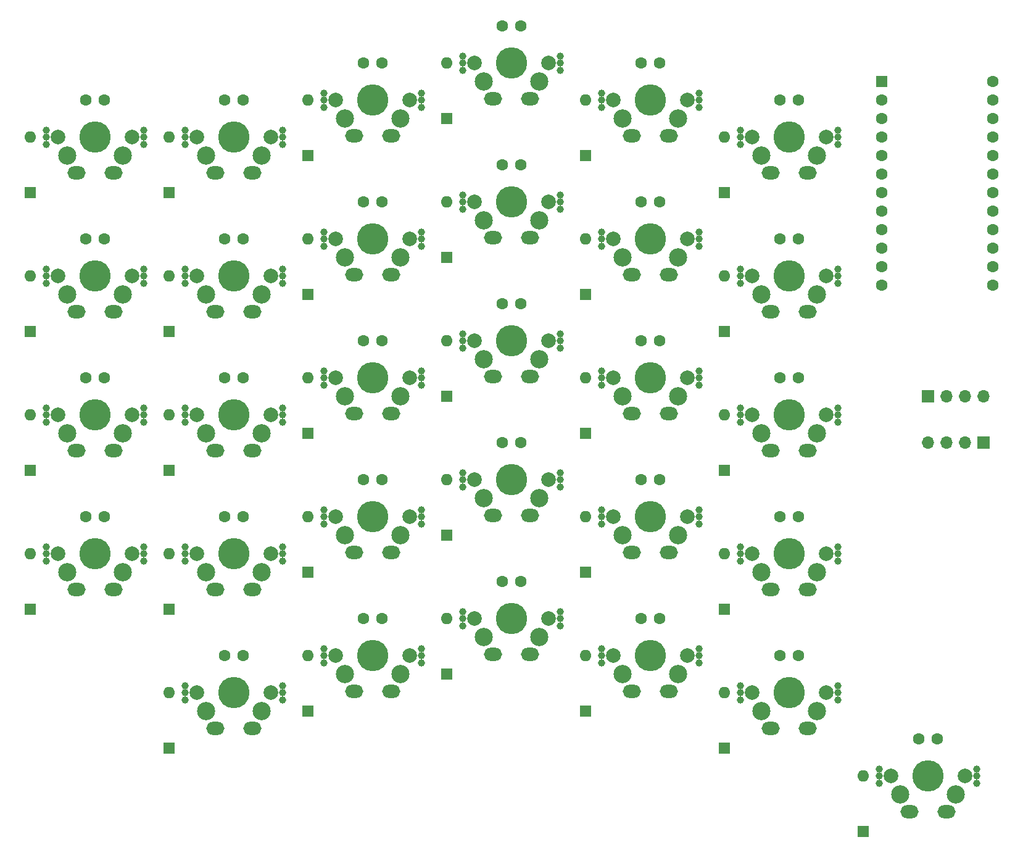
<source format=gbr>
%TF.GenerationSoftware,KiCad,Pcbnew,(5.1.9)-1*%
%TF.CreationDate,2021-03-27T16:34:22+07:00*%
%TF.ProjectId,LetsSplit256,4c657473-5370-46c6-9974-3235362e6b69,rev?*%
%TF.SameCoordinates,Original*%
%TF.FileFunction,Soldermask,Top*%
%TF.FilePolarity,Negative*%
%FSLAX46Y46*%
G04 Gerber Fmt 4.6, Leading zero omitted, Abs format (unit mm)*
G04 Created by KiCad (PCBNEW (5.1.9)-1) date 2021-03-27 16:34:22*
%MOMM*%
%LPD*%
G01*
G04 APERTURE LIST*
%ADD10O,1.700000X1.700000*%
%ADD11R,1.700000X1.700000*%
%ADD12C,1.000000*%
%ADD13O,2.500000X1.800000*%
%ADD14C,2.500000*%
%ADD15C,2.000000*%
%ADD16C,4.300000*%
%ADD17C,1.600000*%
%ADD18R,1.600000X1.600000*%
%ADD19O,1.600000X1.600000*%
G04 APERTURE END LIST*
D10*
%TO.C,JL1*%
X157480000Y-81280000D03*
X154940000Y-81280000D03*
X152400000Y-81280000D03*
D11*
X149860000Y-81280000D03*
%TD*%
D10*
%TO.C,JL2*%
X149860000Y-87630000D03*
X152400000Y-87630000D03*
X154940000Y-87630000D03*
D11*
X157480000Y-87630000D03*
%TD*%
D12*
%TO.C,KLZ1*%
X47910000Y-101870000D03*
X47910000Y-103870000D03*
X47910000Y-102870000D03*
D13*
X57150000Y-107746800D03*
D14*
X50800000Y-105410000D03*
D13*
X52070000Y-107746800D03*
D14*
X58420000Y-105410000D03*
D15*
X49530000Y-102870000D03*
X59690000Y-102870000D03*
D16*
X54610000Y-102870000D03*
D12*
X61310000Y-102870000D03*
X61310000Y-101870000D03*
X61310000Y-103870000D03*
D17*
X55880000Y-97790000D03*
X53340000Y-97790000D03*
%TD*%
D12*
%TO.C,KLX1*%
X66960000Y-96790000D03*
X66960000Y-98790000D03*
X66960000Y-97790000D03*
D13*
X76200000Y-102666800D03*
D14*
X69850000Y-100330000D03*
D13*
X71120000Y-102666800D03*
D14*
X77470000Y-100330000D03*
D15*
X68580000Y-97790000D03*
X78740000Y-97790000D03*
D16*
X73660000Y-97790000D03*
D12*
X80360000Y-97790000D03*
X80360000Y-96790000D03*
X80360000Y-98790000D03*
D17*
X74930000Y-92710000D03*
X72390000Y-92710000D03*
%TD*%
D12*
%TO.C,KLW1*%
X66960000Y-58690000D03*
X66960000Y-60690000D03*
X66960000Y-59690000D03*
D13*
X76200000Y-64566800D03*
D14*
X69850000Y-62230000D03*
D13*
X71120000Y-64566800D03*
D14*
X77470000Y-62230000D03*
D15*
X68580000Y-59690000D03*
X78740000Y-59690000D03*
D16*
X73660000Y-59690000D03*
D12*
X80360000Y-59690000D03*
X80360000Y-58690000D03*
X80360000Y-60690000D03*
D17*
X74930000Y-54610000D03*
X72390000Y-54610000D03*
%TD*%
D12*
%TO.C,KLV1*%
X105060000Y-96790000D03*
X105060000Y-98790000D03*
X105060000Y-97790000D03*
D13*
X114300000Y-102666800D03*
D14*
X107950000Y-100330000D03*
D13*
X109220000Y-102666800D03*
D14*
X115570000Y-100330000D03*
D15*
X106680000Y-97790000D03*
X116840000Y-97790000D03*
D16*
X111760000Y-97790000D03*
D12*
X118460000Y-97790000D03*
X118460000Y-96790000D03*
X118460000Y-98790000D03*
D17*
X113030000Y-92710000D03*
X110490000Y-92710000D03*
%TD*%
D12*
%TO.C,KLR1*%
X105060000Y-58690000D03*
X105060000Y-60690000D03*
X105060000Y-59690000D03*
D13*
X114300000Y-64566800D03*
D14*
X107950000Y-62230000D03*
D13*
X109220000Y-64566800D03*
D14*
X115570000Y-62230000D03*
D15*
X106680000Y-59690000D03*
X116840000Y-59690000D03*
D16*
X111760000Y-59690000D03*
D12*
X118460000Y-59690000D03*
X118460000Y-58690000D03*
X118460000Y-60690000D03*
D17*
X113030000Y-54610000D03*
X110490000Y-54610000D03*
%TD*%
D12*
%TO.C,KLQ1*%
X47910000Y-63770000D03*
X47910000Y-65770000D03*
X47910000Y-64770000D03*
D13*
X57150000Y-69646800D03*
D14*
X50800000Y-67310000D03*
D13*
X52070000Y-69646800D03*
D14*
X58420000Y-67310000D03*
D15*
X49530000Y-64770000D03*
X59690000Y-64770000D03*
D16*
X54610000Y-64770000D03*
D12*
X61310000Y-64770000D03*
X61310000Y-63770000D03*
X61310000Y-65770000D03*
D17*
X55880000Y-59690000D03*
X53340000Y-59690000D03*
%TD*%
%TO.C,KLFunc65*%
X148590000Y-128270000D03*
X151130000Y-128270000D03*
D12*
X156560000Y-134350000D03*
X156560000Y-132350000D03*
X156560000Y-133350000D03*
D16*
X149860000Y-133350000D03*
D15*
X154940000Y-133350000D03*
X144780000Y-133350000D03*
D14*
X153670000Y-135890000D03*
D13*
X147320000Y-138226800D03*
D14*
X146050000Y-135890000D03*
D13*
X152400000Y-138226800D03*
D12*
X143160000Y-133350000D03*
X143160000Y-134350000D03*
X143160000Y-132350000D03*
%TD*%
%TO.C,KLFunc55*%
X124110000Y-120920000D03*
X124110000Y-122920000D03*
X124110000Y-121920000D03*
D13*
X133350000Y-126796800D03*
D14*
X127000000Y-124460000D03*
D13*
X128270000Y-126796800D03*
D14*
X134620000Y-124460000D03*
D15*
X125730000Y-121920000D03*
X135890000Y-121920000D03*
D16*
X130810000Y-121920000D03*
D12*
X137510000Y-121920000D03*
X137510000Y-120920000D03*
X137510000Y-122920000D03*
D17*
X132080000Y-116840000D03*
X129540000Y-116840000D03*
%TD*%
D12*
%TO.C,KLFunc35*%
X86010000Y-110760000D03*
X86010000Y-112760000D03*
X86010000Y-111760000D03*
D13*
X95250000Y-116636800D03*
D14*
X88900000Y-114300000D03*
D13*
X90170000Y-116636800D03*
D14*
X96520000Y-114300000D03*
D15*
X87630000Y-111760000D03*
X97790000Y-111760000D03*
D16*
X92710000Y-111760000D03*
D12*
X99410000Y-111760000D03*
X99410000Y-110760000D03*
X99410000Y-112760000D03*
D17*
X93980000Y-106680000D03*
X91440000Y-106680000D03*
%TD*%
D12*
%TO.C,KLFunc25*%
X66960000Y-115840000D03*
X66960000Y-117840000D03*
X66960000Y-116840000D03*
D13*
X76200000Y-121716800D03*
D14*
X69850000Y-119380000D03*
D13*
X71120000Y-121716800D03*
D14*
X77470000Y-119380000D03*
D15*
X68580000Y-116840000D03*
X78740000Y-116840000D03*
D16*
X73660000Y-116840000D03*
D12*
X80360000Y-116840000D03*
X80360000Y-115840000D03*
X80360000Y-117840000D03*
D17*
X74930000Y-111760000D03*
X72390000Y-111760000D03*
%TD*%
D12*
%TO.C,KLFunc15*%
X47910000Y-120920000D03*
X47910000Y-122920000D03*
X47910000Y-121920000D03*
D13*
X57150000Y-126796800D03*
D14*
X50800000Y-124460000D03*
D13*
X52070000Y-126796800D03*
D14*
X58420000Y-124460000D03*
D15*
X49530000Y-121920000D03*
X59690000Y-121920000D03*
D16*
X54610000Y-121920000D03*
D12*
X61310000Y-121920000D03*
X61310000Y-120920000D03*
X61310000Y-122920000D03*
D17*
X55880000Y-116840000D03*
X53340000Y-116840000D03*
%TD*%
D12*
%TO.C,KLFunc14*%
X28860000Y-101870000D03*
X28860000Y-103870000D03*
X28860000Y-102870000D03*
D13*
X38100000Y-107746800D03*
D14*
X31750000Y-105410000D03*
D13*
X33020000Y-107746800D03*
D14*
X39370000Y-105410000D03*
D15*
X30480000Y-102870000D03*
X40640000Y-102870000D03*
D16*
X35560000Y-102870000D03*
D12*
X42260000Y-102870000D03*
X42260000Y-101870000D03*
X42260000Y-103870000D03*
D17*
X36830000Y-97790000D03*
X34290000Y-97790000D03*
%TD*%
D12*
%TO.C,KLFunc13*%
X28860000Y-82820000D03*
X28860000Y-84820000D03*
X28860000Y-83820000D03*
D13*
X38100000Y-88696800D03*
D14*
X31750000Y-86360000D03*
D13*
X33020000Y-88696800D03*
D14*
X39370000Y-86360000D03*
D15*
X30480000Y-83820000D03*
X40640000Y-83820000D03*
D16*
X35560000Y-83820000D03*
D12*
X42260000Y-83820000D03*
X42260000Y-82820000D03*
X42260000Y-84820000D03*
D17*
X36830000Y-78740000D03*
X34290000Y-78740000D03*
%TD*%
D12*
%TO.C,KLFunc12*%
X28860000Y-63770000D03*
X28860000Y-65770000D03*
X28860000Y-64770000D03*
D13*
X38100000Y-69646800D03*
D14*
X31750000Y-67310000D03*
D13*
X33020000Y-69646800D03*
D14*
X39370000Y-67310000D03*
D15*
X30480000Y-64770000D03*
X40640000Y-64770000D03*
D16*
X35560000Y-64770000D03*
D12*
X42260000Y-64770000D03*
X42260000Y-63770000D03*
X42260000Y-65770000D03*
D17*
X36830000Y-59690000D03*
X34290000Y-59690000D03*
%TD*%
D12*
%TO.C,KLFunc11*%
X28860000Y-44720000D03*
X28860000Y-46720000D03*
X28860000Y-45720000D03*
D13*
X38100000Y-50596800D03*
D14*
X31750000Y-48260000D03*
D13*
X33020000Y-50596800D03*
D14*
X39370000Y-48260000D03*
D15*
X30480000Y-45720000D03*
X40640000Y-45720000D03*
D16*
X35560000Y-45720000D03*
D12*
X42260000Y-45720000D03*
X42260000Y-44720000D03*
X42260000Y-46720000D03*
D17*
X36830000Y-40640000D03*
X34290000Y-40640000D03*
%TD*%
D12*
%TO.C,KLF1*%
X105060000Y-77740000D03*
X105060000Y-79740000D03*
X105060000Y-78740000D03*
D13*
X114300000Y-83616800D03*
D14*
X107950000Y-81280000D03*
D13*
X109220000Y-83616800D03*
D14*
X115570000Y-81280000D03*
D15*
X106680000Y-78740000D03*
X116840000Y-78740000D03*
D16*
X111760000Y-78740000D03*
D12*
X118460000Y-78740000D03*
X118460000Y-77740000D03*
X118460000Y-79740000D03*
D17*
X113030000Y-73660000D03*
X110490000Y-73660000D03*
%TD*%
D12*
%TO.C,KLE1*%
X86010000Y-53610000D03*
X86010000Y-55610000D03*
X86010000Y-54610000D03*
D13*
X95250000Y-59486800D03*
D14*
X88900000Y-57150000D03*
D13*
X90170000Y-59486800D03*
D14*
X96520000Y-57150000D03*
D15*
X87630000Y-54610000D03*
X97790000Y-54610000D03*
D16*
X92710000Y-54610000D03*
D12*
X99410000Y-54610000D03*
X99410000Y-53610000D03*
X99410000Y-55610000D03*
D17*
X93980000Y-49530000D03*
X91440000Y-49530000D03*
%TD*%
D12*
%TO.C,KLD1*%
X86010000Y-72660000D03*
X86010000Y-74660000D03*
X86010000Y-73660000D03*
D13*
X95250000Y-78536800D03*
D14*
X88900000Y-76200000D03*
D13*
X90170000Y-78536800D03*
D14*
X96520000Y-76200000D03*
D15*
X87630000Y-73660000D03*
X97790000Y-73660000D03*
D16*
X92710000Y-73660000D03*
D12*
X99410000Y-73660000D03*
X99410000Y-72660000D03*
X99410000Y-74660000D03*
D17*
X93980000Y-68580000D03*
X91440000Y-68580000D03*
%TD*%
D12*
%TO.C,KLC1*%
X86010000Y-91710000D03*
X86010000Y-93710000D03*
X86010000Y-92710000D03*
D13*
X95250000Y-97586800D03*
D14*
X88900000Y-95250000D03*
D13*
X90170000Y-97586800D03*
D14*
X96520000Y-95250000D03*
D15*
X87630000Y-92710000D03*
X97790000Y-92710000D03*
D16*
X92710000Y-92710000D03*
D12*
X99410000Y-92710000D03*
X99410000Y-91710000D03*
X99410000Y-93710000D03*
D17*
X93980000Y-87630000D03*
X91440000Y-87630000D03*
%TD*%
D12*
%TO.C,KLB1*%
X124110000Y-101870000D03*
X124110000Y-103870000D03*
X124110000Y-102870000D03*
D13*
X133350000Y-107746800D03*
D14*
X127000000Y-105410000D03*
D13*
X128270000Y-107746800D03*
D14*
X134620000Y-105410000D03*
D15*
X125730000Y-102870000D03*
X135890000Y-102870000D03*
D16*
X130810000Y-102870000D03*
D12*
X137510000Y-102870000D03*
X137510000Y-101870000D03*
X137510000Y-103870000D03*
D17*
X132080000Y-97790000D03*
X129540000Y-97790000D03*
%TD*%
D12*
%TO.C,KLA1*%
X47910000Y-82820000D03*
X47910000Y-84820000D03*
X47910000Y-83820000D03*
D13*
X57150000Y-88696800D03*
D14*
X50800000Y-86360000D03*
D13*
X52070000Y-88696800D03*
D14*
X58420000Y-86360000D03*
D15*
X49530000Y-83820000D03*
X59690000Y-83820000D03*
D16*
X54610000Y-83820000D03*
D12*
X61310000Y-83820000D03*
X61310000Y-82820000D03*
X61310000Y-84820000D03*
D17*
X55880000Y-78740000D03*
X53340000Y-78740000D03*
%TD*%
D12*
%TO.C,KL4*%
X105060000Y-39640000D03*
X105060000Y-41640000D03*
X105060000Y-40640000D03*
D13*
X114300000Y-45516800D03*
D14*
X107950000Y-43180000D03*
D13*
X109220000Y-45516800D03*
D14*
X115570000Y-43180000D03*
D15*
X106680000Y-40640000D03*
X116840000Y-40640000D03*
D16*
X111760000Y-40640000D03*
D12*
X118460000Y-40640000D03*
X118460000Y-39640000D03*
X118460000Y-41640000D03*
D17*
X113030000Y-35560000D03*
X110490000Y-35560000D03*
%TD*%
D12*
%TO.C,KL3*%
X86010000Y-34560000D03*
X86010000Y-36560000D03*
X86010000Y-35560000D03*
D13*
X95250000Y-40436800D03*
D14*
X88900000Y-38100000D03*
D13*
X90170000Y-40436800D03*
D14*
X96520000Y-38100000D03*
D15*
X87630000Y-35560000D03*
X97790000Y-35560000D03*
D16*
X92710000Y-35560000D03*
D12*
X99410000Y-35560000D03*
X99410000Y-34560000D03*
X99410000Y-36560000D03*
D17*
X93980000Y-30480000D03*
X91440000Y-30480000D03*
%TD*%
D12*
%TO.C,KL2*%
X66960000Y-39640000D03*
X66960000Y-41640000D03*
X66960000Y-40640000D03*
D13*
X76200000Y-45516800D03*
D14*
X69850000Y-43180000D03*
D13*
X71120000Y-45516800D03*
D14*
X77470000Y-43180000D03*
D15*
X68580000Y-40640000D03*
X78740000Y-40640000D03*
D16*
X73660000Y-40640000D03*
D12*
X80360000Y-40640000D03*
X80360000Y-39640000D03*
X80360000Y-41640000D03*
D17*
X74930000Y-35560000D03*
X72390000Y-35560000D03*
%TD*%
D12*
%TO.C,KL1*%
X47910000Y-44720000D03*
X47910000Y-46720000D03*
X47910000Y-45720000D03*
D13*
X57150000Y-50596800D03*
D14*
X50800000Y-48260000D03*
D13*
X52070000Y-50596800D03*
D14*
X58420000Y-48260000D03*
D15*
X49530000Y-45720000D03*
X59690000Y-45720000D03*
D16*
X54610000Y-45720000D03*
D12*
X61310000Y-45720000D03*
X61310000Y-44720000D03*
X61310000Y-46720000D03*
D17*
X55880000Y-40640000D03*
X53340000Y-40640000D03*
%TD*%
D12*
%TO.C,KLS1*%
X66960000Y-77740000D03*
X66960000Y-79740000D03*
X66960000Y-78740000D03*
D13*
X76200000Y-83616800D03*
D14*
X69850000Y-81280000D03*
D13*
X71120000Y-83616800D03*
D14*
X77470000Y-81280000D03*
D15*
X68580000Y-78740000D03*
X78740000Y-78740000D03*
D16*
X73660000Y-78740000D03*
D12*
X80360000Y-78740000D03*
X80360000Y-77740000D03*
X80360000Y-79740000D03*
D17*
X74930000Y-73660000D03*
X72390000Y-73660000D03*
%TD*%
D12*
%TO.C,KLFunc45*%
X105060000Y-115840000D03*
X105060000Y-117840000D03*
X105060000Y-116840000D03*
D13*
X114300000Y-121716800D03*
D14*
X107950000Y-119380000D03*
D13*
X109220000Y-121716800D03*
D14*
X115570000Y-119380000D03*
D15*
X106680000Y-116840000D03*
X116840000Y-116840000D03*
D16*
X111760000Y-116840000D03*
D12*
X118460000Y-116840000D03*
X118460000Y-115840000D03*
X118460000Y-117840000D03*
D17*
X113030000Y-111760000D03*
X110490000Y-111760000D03*
%TD*%
D12*
%TO.C,KLT1*%
X124110000Y-63770000D03*
X124110000Y-65770000D03*
X124110000Y-64770000D03*
D13*
X133350000Y-69646800D03*
D14*
X127000000Y-67310000D03*
D13*
X128270000Y-69646800D03*
D14*
X134620000Y-67310000D03*
D15*
X125730000Y-64770000D03*
X135890000Y-64770000D03*
D16*
X130810000Y-64770000D03*
D12*
X137510000Y-64770000D03*
X137510000Y-63770000D03*
X137510000Y-65770000D03*
D17*
X132080000Y-59690000D03*
X129540000Y-59690000D03*
%TD*%
D12*
%TO.C,KL5*%
X124110000Y-44720000D03*
X124110000Y-46720000D03*
X124110000Y-45720000D03*
D13*
X133350000Y-50596800D03*
D14*
X127000000Y-48260000D03*
D13*
X128270000Y-50596800D03*
D14*
X134620000Y-48260000D03*
D15*
X125730000Y-45720000D03*
X135890000Y-45720000D03*
D16*
X130810000Y-45720000D03*
D12*
X137510000Y-45720000D03*
X137510000Y-44720000D03*
X137510000Y-46720000D03*
D17*
X132080000Y-40640000D03*
X129540000Y-40640000D03*
%TD*%
D12*
%TO.C,KLG1*%
X124110000Y-82820000D03*
X124110000Y-84820000D03*
X124110000Y-83820000D03*
D13*
X133350000Y-88696800D03*
D14*
X127000000Y-86360000D03*
D13*
X128270000Y-88696800D03*
D14*
X134620000Y-86360000D03*
D15*
X125730000Y-83820000D03*
X135890000Y-83820000D03*
D16*
X130810000Y-83820000D03*
D12*
X137510000Y-83820000D03*
X137510000Y-82820000D03*
X137510000Y-84820000D03*
D17*
X132080000Y-78740000D03*
X129540000Y-78740000D03*
%TD*%
D18*
%TO.C,DL65*%
X140970000Y-140970000D03*
D19*
X140970000Y-133350000D03*
%TD*%
%TO.C,DL64*%
X121920000Y-102870000D03*
D18*
X121920000Y-110490000D03*
%TD*%
%TO.C,DL63*%
X121920000Y-91440000D03*
D19*
X121920000Y-83820000D03*
%TD*%
D18*
%TO.C,DL62*%
X121920000Y-72390000D03*
D19*
X121920000Y-64770000D03*
%TD*%
D18*
%TO.C,DL61*%
X121920000Y-53340000D03*
D19*
X121920000Y-45720000D03*
%TD*%
%TO.C,DL55*%
X121920000Y-121920000D03*
D18*
X121920000Y-129540000D03*
%TD*%
%TO.C,DL54*%
X102870000Y-105410000D03*
D19*
X102870000Y-97790000D03*
%TD*%
%TO.C,DL53*%
X102870000Y-78740000D03*
D18*
X102870000Y-86360000D03*
%TD*%
D19*
%TO.C,DL52*%
X102870000Y-59690000D03*
D18*
X102870000Y-67310000D03*
%TD*%
D19*
%TO.C,DL51*%
X102870000Y-40640000D03*
D18*
X102870000Y-48260000D03*
%TD*%
%TO.C,DL45*%
X102870000Y-124460000D03*
D19*
X102870000Y-116840000D03*
%TD*%
%TO.C,DL44*%
X83820000Y-92710000D03*
D18*
X83820000Y-100330000D03*
%TD*%
%TO.C,DL43*%
X83820000Y-81280000D03*
D19*
X83820000Y-73660000D03*
%TD*%
D18*
%TO.C,DL42*%
X83820000Y-62230000D03*
D19*
X83820000Y-54610000D03*
%TD*%
D18*
%TO.C,DL41*%
X83820000Y-43180000D03*
D19*
X83820000Y-35560000D03*
%TD*%
%TO.C,DL35*%
X83820000Y-111760000D03*
D18*
X83820000Y-119380000D03*
%TD*%
%TO.C,DL34*%
X64770000Y-105410000D03*
D19*
X64770000Y-97790000D03*
%TD*%
%TO.C,DL33*%
X64770000Y-78740000D03*
D18*
X64770000Y-86360000D03*
%TD*%
D19*
%TO.C,DL32*%
X64770000Y-59690000D03*
D18*
X64770000Y-67310000D03*
%TD*%
D19*
%TO.C,DL31*%
X64770000Y-40640000D03*
D18*
X64770000Y-48260000D03*
%TD*%
%TO.C,DL25*%
X64770000Y-124460000D03*
D19*
X64770000Y-116840000D03*
%TD*%
%TO.C,DL24*%
X45720000Y-102870000D03*
D18*
X45720000Y-110490000D03*
%TD*%
%TO.C,DL23*%
X45720000Y-91440000D03*
D19*
X45720000Y-83820000D03*
%TD*%
%TO.C,DL22*%
X45720000Y-64770000D03*
D18*
X45720000Y-72390000D03*
%TD*%
%TO.C,DL21*%
X45720000Y-53340000D03*
D19*
X45720000Y-45720000D03*
%TD*%
%TO.C,DL15*%
X45720000Y-121920000D03*
D18*
X45720000Y-129540000D03*
%TD*%
D19*
%TO.C,DL14*%
X26670000Y-102870000D03*
D18*
X26670000Y-110490000D03*
%TD*%
%TO.C,DL13*%
X26670000Y-91440000D03*
D19*
X26670000Y-83820000D03*
%TD*%
D18*
%TO.C,DL12*%
X26670000Y-72390000D03*
D19*
X26670000Y-64770000D03*
%TD*%
%TO.C,DL11*%
X26670000Y-45720000D03*
D18*
X26670000Y-53340000D03*
%TD*%
D17*
%TO.C,U1*%
X158750000Y-38100000D03*
X158750000Y-40640000D03*
X158750000Y-43180000D03*
X158750000Y-45720000D03*
X158750000Y-48260000D03*
X158750000Y-50800000D03*
X158750000Y-53340000D03*
X158750000Y-55880000D03*
X158750000Y-58420000D03*
X158750000Y-60960000D03*
X158750000Y-63500000D03*
X158750000Y-66040000D03*
X143510000Y-66040000D03*
X143510000Y-63500000D03*
X143510000Y-60960000D03*
X143510000Y-58420000D03*
X143510000Y-55880000D03*
X143510000Y-53340000D03*
X143510000Y-50800000D03*
X143510000Y-48260000D03*
X143510000Y-45720000D03*
X143510000Y-43180000D03*
X143510000Y-40640000D03*
D18*
X143510000Y-38100000D03*
%TD*%
M02*

</source>
